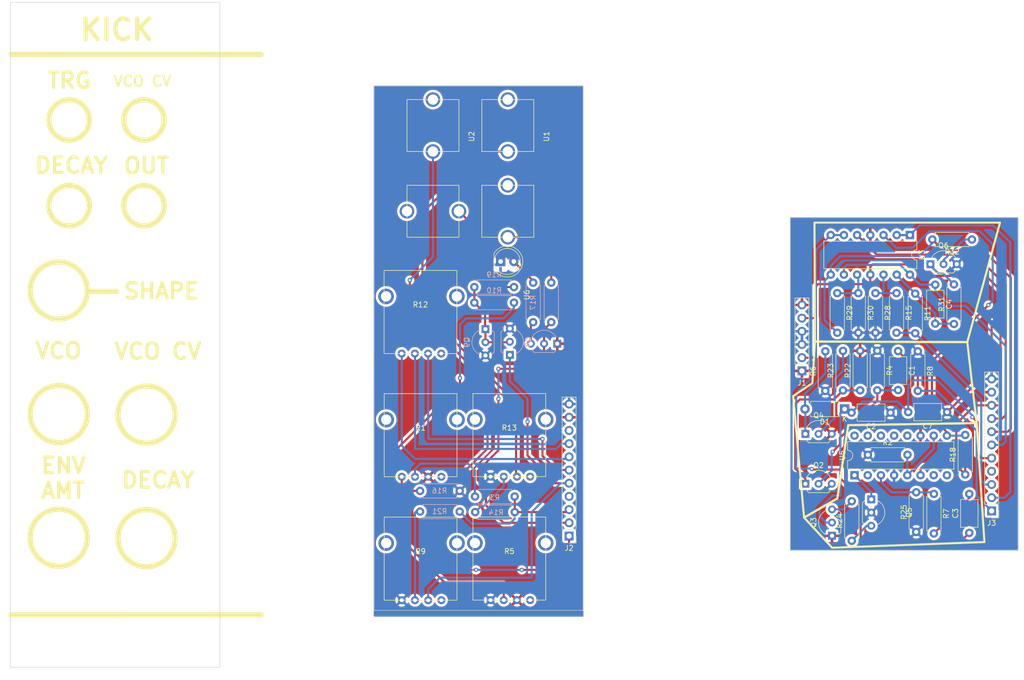
<source format=kicad_pcb>
(kicad_pcb (version 20241229) (generator "pcbnew") (generator_version "9.0")
  (layers (0 "F.Cu" signal) (2 "B.Cu" signal) (13 "F.Paste" user) (15 "B.Paste" user) (5 "F.SilkS" user "F.Silkscreen") (7 "B.SilkS" user "B.Silkscreen") (1 "F.Mask" user) (3 "B.Mask" user) (25 "Edge.Cuts" user))
  (net 0 "")
  (net 1 "IN")
  (net 2 "GND")
  (net 3 "OUT")
  (net 4 "Net-(D1-A)")
  (net 5 "+12V")
  (net 6 "-12V")
  (net 7 "Net-(Q3-E)")
  (net 8 "Net-(Q4-B)")
  (net 9 "Net-(Q5-C)")
  (net 10 "Net-(Q5-E)")
  (net 11 "Net-(Q6-C)")
  (net 12 "SUM")
  (net 14 "Net-(R1-S)")
  (net 18 "TRI")
  (net 19 "Net-(Q2-B)")
  (net 23 "Net-(U5C-+)")
  (net 24 "Net-(R9-S)")
  (net 28 "SQR")
  (net 29 "Net-(R27-Pad1)")
  (net 30 "WAV")
  (net 31 "Net-(U3A-+)")
  (net 32 "Net-(Q6-B)")
  (net 34 "Net-(R2-Pad2)")
  (net 36 "AUD")
  (net 37 "Net-(Q8-B)")
  (net 38 "CAP")
  (net 39 "Net-(U3C-+)")
  (net 41 "Net-(Q2-C)")
  (net 49 "Net-(R13-S)")
  (net 50 "Net-(R13-E)")
  (net 54 "Net-(R1-A)")
  (net 55 "Net-(U3D--)")
  (net 56 "Net-(U3D-+)")
  (net 57 "Net-(D2-A)")
  (net 58 "Net-(Q7-E)")
  (net 59 "Net-(C3-Pad2)")
  (net 60 "Net-(R5-S)")
  (net 61 "Net-(R19-Pad1)")
  (footprint "Resistor_THT:R_Axial_DIN0207_L6.3mm_D2.5mm_P7.62mm_Horizontal" (layer "F.Cu") (at 189.091566 120.094573)
    (property "Reference" "R2")
    (property "Value" "100k")
  )
  (footprint "Resistor_THT:R_Axial_DIN0207_L6.3mm_D2.5mm_P7.62mm_Horizontal" (layer "F.Cu") (at 198.7 100.17 -90)
    (property "Reference" "R8")
    (property "Value" "100k")
  )
  (footprint "clipboard:d6b1d540-2acd-48cb-859c-b6cadd5b8444" (layer "F.Cu") (at 49.8 72.13)
    (property "Reference" "")
    (property "Value" "")
  )
  (footprint "Package_TO_SOT_THT:TO-92L_Inline_Wide" (layer "F.Cu") (at 189.74 128.68 -90)
    (property "Reference" "Q5")
    (property "Value" "BC557")
  )
  (footprint "MountingHole:MountingHole_3.2mm_M3" (layer "F.Cu") (at 49.8 81.8)
    (property "Reference" "REF**" (hide yes))
    (property "Value" "MountingHole_3.2mm_M3" (hide yes))
  )
  (footprint "Resistor_THT:R_Axial_DIN0207_L6.3mm_D2.5mm_P7.62mm_Horizontal" (layer "F.Cu") (at 183.2 88.97 -90)
    (property "Reference" "R29")
    (property "Value" "100k")
  )
  (footprint "Resistor_THT:R_Axial_DIN0207_L6.3mm_D2.5mm_P7.62mm_Horizontal" (layer "F.Cu") (at 209.11 78.64 180)
    (property "Reference" "R32")
    (property "Value" "10k")
  )
  (footprint "Package_TO_SOT_THT:TO-92L_Inline_Wide" (layer "F.Cu") (at 201.11 83.39)
    (property "Reference" "Q6")
    (property "Value" "BC547")
  )
  (footprint "Resistor_THT:R_Axial_DIN0207_L6.3mm_D2.5mm_P7.62mm_Horizontal" (layer "F.Cu") (at 187.6 107.69 90)
    (property "Reference" "R22")
    (property "Value" "10k")
  )
  (footprint "Library:AlpsPot" (layer "F.Cu") (at 99.38 100.6)
    (property "Reference" "R12")
    (property "Value" "AlpsPot")
  )
  (footprint "Resistor_THT:R_Axial_DIN0207_L6.3mm_D2.5mm_P7.62mm_Horizontal" (layer "F.Cu") (at 180.9 107.79 90)
    (property "Reference" "R6")
    (property "Value" "100k")
  )
  (footprint "Library:AlpsPot" (layer "F.Cu") (at 116.48 148.0765)
    (property "Reference" "R5")
    (property "Value" "AlpsPot")
  )
  (footprint "Library:3mm5 Mono Aux" (layer "F.Cu") (at 119.8 73.2 -90)
    (property "Reference" "U6")
    (property "Value" "Aux_flush")
  )
  (footprint "Capacitor_THT:C_Axial_L5.1mm_D3.1mm_P7.50mm_Horizontal" (layer "F.Cu") (at 208.6 135.13 90)
    (property "Reference" "C3")
    (property "Value" "470nF or omit")
  )
  (footprint "Capacitor_THT:C_Axial_L5.1mm_D3.1mm_P7.50mm_Horizontal" (layer "F.Cu") (at 194.9 100.13 -90)
    (property "Reference" "C1")
    (property "Value" "10n")
  )
  (footprint "MountingHole:MountingHole_3.2mm_M3" (layer "F.Cu") (at 57.04 36)
    (property "Reference" "REF**" (hide yes))
    (property "Value" "MountingHole_3.2mm_M3")
  )
  (footprint "Package_TO_SOT_THT:TO-92L_Inline_Wide" (layer "F.Cu") (at 177.06 125.68)
    (property "Reference" "Q2")
    (property "Value" "BC547")
  )
  (footprint "clipboard:8a7c8b36-f368-44f6-9871-751257f891b6" (layer "F.Cu") (at 33.4 112.16)
    (property "Reference" "")
    (property "Value" "")
  )
  (footprint "clipboard:d6b1d540-2acd-48cb-859c-b6cadd5b8444" (layer "F.Cu") (at 49.8 55.63)
    (property "Reference" "")
    (property "Value" "")
  )
  (footprint "Capacitor_THT:C_Axial_L5.1mm_D3.1mm_P7.50mm_Horizontal" (layer "F.Cu") (at 193.45 111.98 180)
    (property "Reference" "C2")
    (property "Value" "1u to 5u")
  )
  (footprint "MountingHole:MountingHole_3.2mm_M3" (layer "F.Cu") (at 31.58 158.44)
    (property "Reference" "REF**" (hide yes))
    (property "Value" "MountingHole_3.2mm_M3")
  )
  (footprint "MountingHole:MountingHole_3.2mm_M3" (layer "F.Cu") (at 57.02 158.44)
    (property "Reference" "REF**" (hide yes))
    (property "Value" "MountingHole_3.2mm_M3")
  )
  (footprint "Connector_PinHeader_2.54mm:PinHeader_1x06_P2.54mm_Vertical" (layer "F.Cu") (at 176.4 103.94 180)
    (property "Reference" "J1")
    (property "Value" "Conn_01x06_Pin")
  )
  (footprint "Resistor_THT:R_Axial_DIN0207_L6.3mm_D2.5mm_P7.62mm_Horizontal" (layer "F.Cu") (at 194.6 88.97 -90)
    (property "Reference" "R15")
    (property "Value" "47k")
  )
  (footprint "Resistor_THT:R_Axial_DIN0207_L6.3mm_D2.5mm_P7.62mm_Horizontal" (layer "F.Cu") (at 190.55 88.97 -90)
    (property "Reference" "R28")
    (property "Value" "47k")
  )
  (footprint "Resistor_THT:R_Axial_DIN0207_L6.3mm_D2.5mm_P7.62mm_Horizontal" (layer "F.Cu") (at 185.99 136.65 90)
    (property "Reference" "R24")
    (property "Value" "100k")
  )
  (footprint "Resistor_THT:R_Axial_DIN0207_L6.3mm_D2.5mm_P7.62mm_Horizontal" (layer "F.Cu") (at 190.9 100.06 -90)
    (property "Reference" "R4")
    (property "Value" "100k")
  )
  (footprint "Resistor_THT:R_Axial_DIN0207_L6.3mm_D2.5mm_P7.62mm_Horizontal" (layer "F.Cu") (at 184.3 107.7 90)
    (property "Reference" "R23")
    (property "Value" "10k")
  )
  (footprint "Package_DIP:DIP-16_W7.62mm" (layer "F.Cu") (at 186.515 124.03 90)
    (property "Reference" "U5")
    (property "Value" "LM13700")
  )
  (footprint "MountingHole:MountingHole_3.2mm_M3" (layer "F.Cu") (at 31.6 36)
    (property "Reference" "REF**" (hide yes))
    (property "Value" "MountingHole_3.2mm_M3")
  )
  (footprint "clipboard:8a7c8b36-f368-44f6-9871-751257f891b6" (layer "F.Cu") (at 33.4 88.36)
    (property "Reference" "")
    (property "Value" "")
  )
  (footprint "Package_TO_SOT_THT:TO-92L_Inline_Wide" (layer "F.Cu") (at 182.19 135.68 90)
    (property "Reference" "Q3")
    (property "Value" "BC547")
  )
  (footprint "Capacitor_THT:C_Axial_L5.1mm_D3.1mm_P7.50mm_Horizontal" (layer "F.Cu") (at 204.35 111.88 180)
    (property "Reference" "C7")
    (property "Value" "5n")
  )
  (footprint "clipboard:d6b1d540-2acd-48cb-859c-b6cadd5b8444" (layer "F.Cu") (at 35.4 55.63)
    (property "Reference" "")
    (property "Value" "")
  )
  (footprint "Capacitor_THT:C_Axial_L5.1mm_D3.1mm_P7.50mm_Horizontal" (layer "F.Cu") (at 202.05 87.34 -90)
    (property "Reference" "C4")
    (property "Value" "2 to 10nF")
  )
  (footprint "LED_THT:LED_D5.0mm" (layer "F.Cu") (at 118.425 82.87)
    (property "Reference" "D2" (hide yes))
    (property "Value" "LED")
  )
  (footprint "Resistor_THT:R_Axial_DIN0207_L6.3mm_D2.5mm_P7.62mm_Horizontal" (layer "F.Cu") (at 198.39 134.94 90)
    (property "Reference" "R25")
    (property "Value" "1k")
  )
  (footprint "Package_DIP:DIP-14_W7.62mm" (layer "F.Cu") (at 197.175 77.79 -90)
    (property "Reference" "U3")
    (property "Value" "TL074")
  )
  (footprint "Connector_PinHeader_2.54mm:PinHeader_1x11_P2.54mm_Vertical" (layer "F.Cu") (at 212.9 130.9 180)
    (property "Reference" "J3")
    (property "Value" "Conn_01x11_Pin")
  )
  (footprint "Resistor_THT:R_Axial_DIN0207_L6.3mm_D2.5mm_P7.62mm_Horizontal" (layer "F.Cu") (at 207.82 123.89 90)
    (property "Reference" "R18")
    (property "Value" "100k")
  )
  (footprint "Library:3mm5 Mono Aux" (layer "F.Cu") (at 105.4 56.7 -90)
    (property "Reference" "U2")
    (property "Value" "Aux_flush")
  )
  (footprint "Library:3mm5 Mono Aux" (layer "F.Cu") (at 119.8 56.7 -90)
    (property "Reference" "U1")
    (property "Value" "Aux_flush")
  )
  (footprint "Library:AlpsPot" (layer "F.Cu") (at 99.405 124.3245)
    (property "Reference" "R1")
    (property "Value" "AlpsPot")
  )
  (footprint "Connector_PinHeader_2.54mm:PinHeader_1x11_P2.54mm_Vertical" (layer "F.Cu") (at 131.6 135.73 180)
    (property "Reference" "J2")
    (property "Value" "Conn_01x11_Pin")
  )
  (footprint "Resistor_THT:R_Axial_DIN0207_L6.3mm_D2.5mm_P7.62mm_Horizontal" (layer "F.Cu") (at 187.25 88.97 -90)
    (property "Reference" "R30")
    (property "Value" "100k")
  )
  (footprint "Diode_THT:D_A-405_P7.62mm_Horizontal" (layer "F.Cu") (at 184.61 111.28 180)
    (property "Reference" "D1")
    (property "Value" "D")
  )
  (footprint "Resistor_THT:R_Axial_DIN0207_L6.3mm_D2.5mm_P7.62mm_Horizontal" (layer "F.Cu") (at 198.2 89.07 -90)
    (property "Reference" "R11")
    (property "Value" "100k")
  )
  (footprint "Library:AlpsPot" (layer "F.Cu") (at 99.405 148.099)
    (property "Reference" "R9")
    (property "Value" "AlpsPot")
  )
  (footprint "clipboard:d6b1d540-2acd-48cb-859c-b6cadd5b8444" (layer "F.Cu") (at 35.4 72.13)
    (property "Reference" "")
    (property "Value" "")
  )
  (footprint "clipboard:8a7c8b36-f368-44f6-9871-751257f891b6" (layer "F.Cu") (at 50.3 136.06)
    (property "Reference" "")
    (property "Value" "")
  )
  (footprint "Resistor_THT:R_Axial_DIN0207_L6.3mm_D2.5mm_P7.62mm_Horizontal" (layer "F.Cu") (at 205.65 94.9 90)
    (property "Reference" "R31")
    (property "Value" "47k")
  )
  (footprint "Library:3mm5 Mono Aux" (layer "F.Cu") (at 105.4 73.2)
    (property "Reference" "U8" (hide yes))
    (property "Value" "Aux_flush")
  )
  (footprint "Library:AlpsPot" (layer "F.Cu") (at 116.48 124.3)
    (property "Reference" "R13")
    (property "Value" "AlpsPot")
  )
  (footprint "clipboard:8a7c8b36-f368-44f6-9871-751257f891b6" (layer "F.Cu") (at 50.3 112.26)
    (property "Reference" "")
    (property "Value" "")
  )
  (footprint "Resistor_THT:R_Axial_DIN0207_L6.3mm_D2.5mm_P7.62mm_Horizontal" (layer "F.Cu") (at 201.79 127.62 -90)
    (property "Reference" "R7")
    (property "Value" "100k")
  )
  (footprint "clipboard:8a7c8b36-f368-44f6-9871-751257f891b6" (layer "F.Cu") (at 33.4 135.96)
    (property "Reference" "")
    (property "Value" "")
  )
  (footprint "Package_TO_SOT_THT:TO-92L_Inline_Wide" (layer "F.Cu") (at 177.06 116.08)
    (property "Reference" "Q4")
    (property "Value" "BC557")
  )
  (footprint "Package_TO_SOT_THT:TO-92L_Inline_Wide" (layer "B.Cu") (at 120.2 100.87 90)
    (property "Reference" "Q8")
    (property "Value" "BC547")
  )
  (footprint "Package_TO_SOT_THT:TO-92L_Inline_Wide" (layer "B.Cu") (at 129.32 98.7 180)
    (property "Reference" "Q7" (hide yes))
    (property "Value" "BC547")
  )
  (footprint "Resistor_THT:R_Axial_DIN0207_L6.3mm_D2.5mm_P7.62mm_Horizontal" (layer "B.Cu") (at 110.545 127.05 180)
    (property "Reference" "R16")
    (property "Value" "1k")
  )
  (footprint "Resistor_THT:R_Axial_DIN0207_L6.3mm_D2.5mm_P7.62mm_Horizontal" (layer "B.Cu") (at 120.99 90.8 180)
    (property "Reference" "R10")
    (property "Value" "100k")
  )
  (footprint "Resistor_THT:R_Axial_DIN0207_L6.3mm_D2.5mm_P7.62mm_Horizontal" (layer "B.Cu") (at 124.685 86.95 -90)
    (property "Reference" "R17")
    (property "Value" "2k2")
  )
  (footprint "Resistor_THT:R_Axial_DIN0207_L6.3mm_D2.5mm_P7.62mm_Horizontal" (layer "B.Cu") (at 120.99 87.8 180)
    (property "Reference" "R19")
    (property "Value" "100k")
  )
  (footprint "Resistor_THT:R_Axial_DIN0207_L6.3mm_D2.5mm_P7.62mm_Horizontal" (layer "B.Cu") (at 113.5 128.13)
    (property "Reference" "R3")
    (property "Value" "100k" (hide yes))
  )
  (footprint "Resistor_THT:R_Axial_DIN0207_L6.3mm_D2.5mm_P7.62mm_Horizontal" (layer "B.Cu") (at 110.545 131.03 180)
    (property "Reference" "R21")
    (property "Value" "100k")
  )
  (footprint "Package_TO_SOT_THT:TO-92L_Inline_Wide" (layer "B.Cu") (at 115.5 95.89 -90)
    (property "Reference" "Q9")
    (property "Value" "BC547")
  )
  (footprint "Resistor_THT:R_Axial_DIN0207_L6.3mm_D2.5mm_P7.62mm_Horizontal" (layer "B.Cu") (at 128.17 86.94 -90)
    (property "Reference" "R27" (hide yes))
    (property "Value" "1k")
  )
  (footprint "Resistor_THT:R_Axial_DIN0207_L6.3mm_D2.5mm_P7.62mm_Horizontal" (layer "B.Cu") (at 113.53 131.13)
    (property "Reference" "R14")
    (property "Value" "100k")
  )
  (gr_circle (center 50.3 112.36) (end 55.8 112.36) (stroke (width 1)) (fill no) (layer "F.SilkS"))
  (gr_poly (pts (xy 185.311566 114.394573) (xy 183.211566 128.494573) (xy 176.811566 132.194573) (xy 182.211566 137.994573) (xy 211.511566 136.894573) (xy 210.011566 113.994573)) (stroke (width 0.4)) (fill no) (layer "F.SilkS"))
  (gr_circle (center 33.4 112.26) (end 38.9 112.26) (stroke (width 1)) (fill no) (layer "F.SilkS"))
  (gr_line (start 24.2 43) (end 72.38 43.01) (stroke (width 1)) (layer "F.SilkS"))
  (gr_poly (pts (xy 176.811566 132.194573) (xy 174.711566 108.794573) (xy 178.411566 106.294573) (xy 178.911566 98.294573) (xy 208.211566 98.394573) (xy 210.011566 113.994573) (xy 185.311566 114.394573) (xy 183.211566 128.494573)) (stroke (width 0.4)) (fill no) (layer "F.SilkS"))
  (gr_circle (center 33.4 88.46) (end 38.9 88.46) (stroke (width 1)) (fill no) (layer "F.SilkS"))
  (gr_line (start 39.11 88.625) (end 44.6 88.63) (stroke (width 1)) (layer "F.SilkS"))
  (gr_line (start 72.37 150.9) (end 24.17 150.91) (stroke (width 1)) (layer "F.SilkS"))
  (gr_circle (center 33.4 136.06) (end 38.9 136.06) (stroke (width 1)) (fill no) (layer "F.SilkS"))
  (gr_circle (center 35.4 72.13) (end 39.3 72.03) (stroke (width 1)) (fill no) (layer "F.SilkS"))
  (gr_circle (center 49.8 55.63) (end 53.7 55.53) (stroke (width 1)) (fill no) (layer "F.SilkS"))
  (gr_circle (center 50.3 136.16) (end 55.8 136.16) (stroke (width 1)) (fill no) (layer "F.SilkS"))
  (gr_circle (center 35.4 55.63) (end 39.3 55.53) (stroke (width 1)) (fill no) (layer "F.SilkS"))
  (gr_circle (center 49.8 72.13) (end 53.7 72.03) (stroke (width 1)) (fill no) (layer "F.SilkS"))
  (gr_poly (pts (xy 178.911566 98.294573) (xy 208.211566 98.394573) (xy 214.511566 75.394573) (xy 178.811566 75.394573)) (stroke (width 0.4)) (fill no) (layer "F.SilkS"))
  (gr_rect (start 24.1 33) (end 64.4 161) (stroke (width 0.1)) (fill no) (layer "Edge.Cuts"))
  (gr_line (start 218.011566 74.394573) (end 218.011566 138.494573) (stroke (width 0.1)) (layer "Edge.Cuts"))
  (gr_line (start 174.111566 74.394573) (end 174.111566 138.494573) (stroke (width 0.1)) (layer "Edge.Cuts"))
  (gr_line (start 218.011566 138.494573) (end 174.111566 138.494573) (stroke (width 0.1)) (layer "Edge.Cuts"))
  (gr_line (start 174.111566 74.394573) (end 218.011566 74.394573) (stroke (width 0.1)) (layer "Edge.Cuts"))
  (gr_rect (start 94.03 49.05) (end 134.33 150.05) (stroke (width 0.1)) (fill no) (layer "Edge.Cuts"))
  (gr_text "KICK" (at 37.1 40.6 0) (layer "F.SilkS") (effects (font (size 4 4) (thickness 0.8) (bold yes)) (justify left bottom)))
  (gr_text "VCO CV" (at 43.8 101.93 0) (layer "F.SilkS") (effects (font (size 3 3) (thickness 0.6) (bold yes)) (justify left bottom)))
  (gr_text "TRG" (at 30.885 49.8 0) (layer "F.SilkS") (effects (font (size 3 3) (thickness 0.6) (bold yes)) (justify left bottom)))
  (gr_text "ENV \nAMT" (at 29.7 128.76 0) (layer "F.SilkS") (effects (font (size 3 3) (thickness 0.6) (bold yes)) (justify left bottom)))
  (gr_text "DECAY" (at 28.5 66.13 0) (layer "F.SilkS") (effects (font (size 3 3) (thickness 0.6) (bold yes)) (justify left bottom)))
  (gr_text "SHAPE\n" (at 45.6 90.33 0) (layer "F.SilkS") (effects (font (size 3 3) (thickness 0.6) (bold yes)) (justify left bottom)))
  (gr_text "DECAY" (at 45.2 126.73 0) (layer "F.SilkS") (effects (font (size 3 3) (thickness 0.6) (bold yes)) (justify left bottom)))
  (gr_text "VCO\n" (at 28.6 101.83 0) (layer "F.SilkS") (effects (font (size 3 3) (thickness 0.6) (bold yes)) (justify left bottom)))
  (gr_text "OUT" (at 45.6 66.2 0) (layer "F.SilkS") (effects (font (size 3 3) (thickness 0.6) (bold yes)) (justify left bottom)))
  (gr_text "VCO CV" (at 43.711904 49.33 0) (layer "F.SilkS") (effects (font (size 2 2) (thickness 0.4) (bold yes)) (justify left bottom)))
  (segment (start 198.7 107.79) (end 198.7 103.93) (width 0.4) (layer "F.Cu") (net 1))
  (segment (start 115.9 106.205) (end 115.9 118.895) (width 0.4) (layer "F.Cu") (net 1))
  (segment (start 100.9375 86.4575) (end 100.945 86.465) (width 0.4) (layer "F.Cu") (net 1))
  (segment (start 106.445 128.35) (end 106.445 138.05) (width 0.4) (layer "F.Cu") (net 1))
  (segment (start 100.945 91.25) (end 115.9 106.205) (width 0.4) (layer "F.Cu") (net 1))
  (segment (start 131.6 141.85) (end 131.2 142.25) (width 0.4) (layer "F.Cu") (net 1))
  (segment (start 100.945 86.465) (end 100.945 91.25) (width 0.4) (layer "F.Cu") (net 1))
  (segment (start 198.7 103.93) (end 194.9 100.13) (width 0.4) (layer "F.Cu") (net 1))
  (segment (start 106.445 138.05) (end 110.645 142.25) (width 0.4) (layer "F.Cu") (net 1))
  (segment (start 131.6 135.73) (end 131.6 141.85) (width 0.4) (layer "F.Cu") (net 1))
  (segment (start 110.645 142.25) (end 113.7 142.25) (width 0.4) (layer "F.Cu") (net 1))
  (segment (start 115.9 118.895) (end 106.445 128.35) (width 0.4) (layer "F.Cu") (net 1))
  (segment (start 122.5 142.25) (end 131.2 142.25) (width 0.4) (layer "F.Cu") (net 1))
  (via (at 100.9375 86.4575) (size 0.8) (drill 0.4) (layers "F.Cu" "B.Cu") (net 1))
  (via (at 113.7 142.25) (size 0.8) (drill 0.4) (layers "F.Cu" "B.Cu") (net 1))
  (via (at 122.5 142.25) (size 0.8) (drill 0.4) (layers "F.Cu" "B.Cu") (net 1))
  (segment (start 105.4 81.995) (end 105.4 61.7) (width 0.4) (layer "B.Cu") (net 1))
  (segment (start 202.35 107.79) (end 210.011566 115.451566) (width 0.4) (layer "B.Cu") (net 1))
  (segment (start 113.7 142.25) (end 122.5 142.25) (width 0.4) (layer "B.Cu") (net 1))
  (segment (start 210.011566 115.451566) (end 210.011566 128.011566) (width 0.4) (layer "B.Cu") (net 1))
  (segment (start 198.7 107.79) (end 202.35 107.79) (width 0.4) (layer "B.Cu") (net 1))
  (segment (start 100.9375 86.4575) (end 105.4 81.995) (width 0.4) (layer "B.Cu") (net 1))
  (segment (start 210.011566 128.011566) (end 212.9 130.9) (width 0.4) (layer "B.Cu") (net 1))
  (segment (start 212.9 105.5) (end 210.73 105.5) (width 0.4) (layer "F.Cu") (net 2))
  (segment (start 210.73 105.5) (end 204.35 111.88) (width 0.4) (layer "F.Cu") (net 2))
  (segment (start 212.98 94.01) (end 212.9 94.09) (width 0.4) (layer "F.Cu") (net 2))
  (segment (start 212.9 94.09) (end 212.9 105.5) (width 0.4) (layer "F.Cu") (net 2))
  (via (at 212.98 94.01) (size 0.8) (drill 0.4) (layers "F.Cu" "B.Cu") (net 2))
  (segment (start 212.62 94) (end 212.94 94) (width 0.4) (layer "B.Cu") (net 2))
  (segment (start 206.19 83.39) (end 210.13 87.33) (width 0.4) (layer "B.Cu") (net 2))
  (segment (start 212.94 94) (end 212.98 94.01) (width 0.4) (layer "B.Cu") (net 2))
  (segment (start 210.13 87.33) (end 210.13 91.51) (width 0.4) (layer "B.Cu") (net 2))
  (segment (start 212.96 94) (end 212.95 94) (width 0.4) (layer "B.Cu") (net 2))
  (segment (start 210.13 91.51) (end 212.62 94) (width 0.4) (layer "B.Cu") (net 2))
  (segment (start 212.98 94.01) (end 212.96 94) (width 0.4) (layer "B.Cu") (net 2))
  (segment (start 126.78 102.75) (end 126.78 98.7) (width 0.4) (layer "F.Cu") (net 3))
  (segment (start 118 119.23) (end 118 117.83) (width 0.4) (layer "F.Cu") (net 3))
  (segment (start 115.6 129.83) (end 115.6 126.53) (width 0.4) (layer "F.Cu") (net 3))
  (segment (start 131.6 133.19) (end 118.96 133.19) (width 0.4) (layer "F.Cu") (net 3))
  (segment (start 118 117.83) (end 118 109.33) (width 0.4) (layer "F.Cu") (net 3))
  (segment (start 126 103.53) (end 126.78 102.75) (width 0.4) (layer "F.Cu") (net 3))
  (segment (start 114 123.23) (end 115.4 121.83) (width 0.4) (layer "F.Cu") (net 3))
  (segment (start 115.6 126.53) (end 114 124.93) (width 0.4) (layer "F.Cu") (net 3))
  (segment (start 118.96 133.19) (end 115.9 130.13) (width 0.4) (layer "F.Cu") (net 3))
  (segment (start 114 124.93) (end 114 123.23) (width 0.4) (layer "F.Cu") (net 3))
  (segment (start 126.78 95.95) (end 128.17 94.56) (width 0.4) (layer "F.Cu") (net 3))
  (segment (start 115.9 130.13) (end 115.6 129.83) (width 0.4) (layer "F.Cu") (net 3))
  (segment (start 115.4 121.83) (end 118 119.23) (width 0.4) (layer "F.Cu") (net 3))
  (segment (start 118 103.53) (end 126 103.53) (width 0.4) (layer "F.Cu") (net 3))
  (segment (start 126.78 98.7) (end 126.78 95.95) (width 0.4) (layer "F.Cu") (net 3))
  (via (at 118 103.53) (size 0.8) (drill 0.4) (layers "F.Cu" "B.Cu") (net 3))
  (via (at 118 109.33) (size 0.8) (drill 0.4) (layers "F.Cu" "B.Cu") (net 3))
  (segment (start 216.5 79.24) (end 213.18 75.92) (width 0.4) (layer "B.Cu") (net 3))
  (segment (start 216.5 127.24) (end 216.5 79.24) (width 0.4) (layer "B.Cu") (net 3))
  (segment (start 215.38 128.36) (end 216.5 127.24) (width 0.4) (layer "B.Cu") (net 3))
  (segment (start 212.9 128.36) (end 215.38 128.36) (width 0.4) (layer "B.Cu") (net 3))
  (segment (start 118 109.33) (end 118 103.53) (width 0.4) (layer "B.Cu") (net 3))
  (segment (start 197.175 77.79) (end 194.635 77.79) (width 0.4) (layer "B.Cu") (net 3))
  (segment (start 199.045 75.92) (end 197.175 77.79) (width 0.4) (layer "B.Cu") (net 3))
  (segment (start 213.18 75.92) (end 199.045 75.92) (width 0.4) (layer "B.Cu") (net 3))
  (segment (start 177.06 116.08) (end 177.06 111.35) (width 0.4) (layer "B.Cu") (net 4))
  (segment (start 176.99 108.35) (end 176.99 111.28) (width 0.4) (layer "B.Cu") (net 4))
  (segment (start 180.9 104.44) (end 176.99 108.35) (width 0.4) (layer "B.Cu") (net 4))
  (segment (start 180.9 100.17) (end 180.9 104.44) (width 0.4) (layer "B.Cu") (net 4))
  (segment (start 177.06 111.35) (end 176.99 111.28) (width 0.4) (layer "B.Cu") (net 4))
  (segment (start 212.9 110.54) (end 213.1 110.34) (width 0.4) (layer "F.Cu") (net 6))
  (segment (start 189.555 87.085) (end 189.555 85.41) (width 0.4) (layer "F.Cu") (net 6))
  (segment (start 214.26 110.58) (end 214.6 110.24) (width 0.4) (layer "F.Cu") (net 6))
  (segment (start 179 100.84) (end 179 93.84) (width 0.4) (layer "F.Cu") (net 6))
  (segment (start 212.9 110.58) (end 214.26 110.58) (width 0.4) (layer "F.Cu") (net 6))
  (segment (start 207.82 123.89) (end 207.82 119.56) (width 0.4) (layer "F.Cu") (net 6))
  (segment (start 206.27 122.34) (end 207.82 123.89) (width 0.4) (layer "F.Cu") (net 6))
  (segment (start 207.82 119.56) (end 206.1 117.84) (width 0.4) (layer "F.Cu") (net 6))
  (segment (start 211.8 85.64) (end 200.1 85.64) (width 0.4) (layer "F.Cu") (net 6))
  (segment (start 189.4 87.24) (end 189.555 87.085) (width 0.4) (layer "F.Cu") (net 6))
  (segment (start 179 93.84) (end 178.94 93.78) (width 0.4) (layer "F.Cu") (net 6))
  (segment (start 189.555 83.885) (end 189.555 85.41) (width 0.4) (layer "F.Cu") (net 6))
  (segment (start 178.94 93.78) (end 176.4 93.78) (width 0.4) (layer "F.Cu") (net 6))
  (segment (start 199.215 124.03) (end 199.215 122.925) (width 0.4) (layer "F.Cu") (net 6))
  (segment (start 176.4 101.4) (end 178.44 101.4) (width 0.4) (layer "F.Cu") (net 6))
  (segment (start 178.44 101.4) (end 179 100.84) (width 0.4) (layer "F.Cu") (net 6))
  (segment (start 199.215 122.925) (end 199.8 122.34) (width 0.4) (layer "F.Cu") (net 6))
  (segment (start 209.66 110.58) (end 212.9 110.58) (width 0.4) (layer "F.Cu") (net 6))
  (segment (start 206.1 117.84) (end 206.1 114.14) (width 0.4) (layer "F.Cu") (net 6))
  (segment (start 214.6 110.24) (end 214.6 88.44) (width 0.4) (layer "F.Cu") (net 6))
  (segment (start 179.5 87.24) (end 189.4 87.24) (width 0.4) (layer "F.Cu") (net 6))
  (segment (start 200.1 85.64) (end 197.9 83.44) (width 0.4) (layer "F.Cu") (net 6))
  (segment (start 190 83.44) (end 189.555 83.885) (width 0.4) (layer "F.Cu") (net 6))
  (segment (start 206.1 114.14) (end 209.66 110.58) (width 0.4) (layer "F.Cu") (net 6))
  (segment (start 178.94 87.8) (end 179.5 87.24) (width 0.4) (layer "F.Cu") (net 6))
  (segment (start 199.8 122.34) (end 206.27 122.34) (width 0.4) (layer "F.Cu") (net 6))
  (segment (start 178.94 93.78) (end 178.94 87.8) (width 0.4) (layer "F.Cu") (net 6))
  (segment (start 197.9 83.44) (end 190 83.44) (width 0.4) (layer "F.Cu") (net 6))
  (segment (start 214.6 88.44) (end 211.8 85.64) (width 0.4) (layer "F.Cu") (net 6))
  (segment (start 184.42 130.6) (end 185.99 129.03) (width 0.4) (layer "B.Cu") (net 7))
  (segment (start 182.19 130.6) (end 184.42 130.6) (width 0.4) (layer "B.Cu") (net 7))
  (segment (start 184.3 103.94) (end 182.7 105.54) (width 0.4) (layer "B.Cu") (net 8))
  (segment (start 184.3 100.08) (end 184.3 103.94) (width 0.4) (layer "B.Cu") (net 8))
  (segment (start 182.7 105.54) (end 182.7 112.98) (width 0.4) (layer "B.Cu") (net 8))
  (segment (start 182.7 112.98) (end 179.6 116.08) (width 0.4) (layer "B.Cu") (net 8))
  (segment (start 189.74 128.68) (end 189.74 127.255) (width 0.4) (layer "B.Cu") (net 9))
  (segment (start 189.74 127.255) (end 186.515 124.03) (width 0.4) (layer "B.Cu") (net 9))
  (segment (start 185.99 136.65) (end 188.88 133.76) (width 0.4) (layer "B.Cu") (net 10))
  (segment (start 188.88 133.76) (end 189.74 133.76) (width 0.4) (layer "B.Cu") (net 10))
  (segment (start 201.11 83.65) (end 202.6 85.14) (width 0.4) (layer "B.Cu") (net 11))
  (segment (start 202.6 85.14) (end 203.51 85.14) (width 0.4) (layer "B.Cu") (net 11))
  (segment (start 201.11 83.39) (end 201.11 83.65) (width 0.4) (layer "B.Cu") (net 11))
  (segment (start 203.51 85.14) (end 205.65 87.28) (width 0.4) (layer "B.Cu") (net 11))
  (segment (start 121.15 131.13) (end 131.12 131.13) (width 0.4) (layer "F.Cu") (net 12))
  (segment (start 131.12 131.13) (end 131.6 130.65) (width 0.4) (layer "F.Cu") (net 12))
  (segment (start 121.15 128.16) (end 121.12 128.13) (width 0.4) (layer "F.Cu") (net 12))
  (segment (start 121.15 131.13) (end 121.15 128.16) (width 0.4) (layer "F.Cu") (net 12))
  (segment (start 194.6 96.59) (end 198.1 96.59) (width 0.4) (layer "B.Cu") (net 12))
  (segment (start 110.545 131.03) (end 112.845 133.33) (width 0.4) (layer "B.Cu") (net 12))
  (segment (start 112.845 133.33) (end 120.2 133.33) (width 0.4) (layer "B.Cu") (net 12))
  (segment (start 211.68 125.82) (end 210.9 125.04) (width 0.4) (layer "B.Cu") (net 12))
  (segment (start 121.12 131.16) (end 121.15 131.13) (width 0.4) (layer "B.Cu") (net 12))
  (segment (start 120.2 133.33) (end 121.12 132.41) (width 0.4) (layer "B.Cu") (net 12))
  (segment (start 210.9 109.39) (end 198.2 96.69) (width 0.4) (layer "B.Cu") (net 12))
  (segment (start 198.1 96.59) (end 198.2 96.69) (width 0.4) (layer "B.Cu") (net 12))
  (segment (start 212.9 125.82) (end 211.68 125.82) (width 0.4) (layer "B.Cu") (net 12))
  (segment (start 121.12 132.41) (end 121.12 131.16) (width 0.4) (layer "B.Cu") (net 12))
  (segment (start 210.9 125.04) (end 210.9 109.39) (width 0.4) (layer "B.Cu") (net 12))
  (segment (start 112.18 121.8) (end 102.98 121.8) (width 0.4) (layer "B.Cu") (net 14))
  (segment (start 101.945 122.835) (end 101.945 124.3245) (width 0.4) (layer "B.Cu") (net 14))
  (segment (start 113.47 128.1) (end 113.47 123.09) (width 0.4) (layer "B.Cu") (net 14))
  (segment (start 113.47 123.09) (end 112.18 121.8) (width 0.4) (layer "B.Cu") (net 14))
  (segment (start 102.98 121.8) (end 101.945 122.835) (width 0.4) (layer "B.Cu") (net 14))
  (segment (start 113.5 128.13) (end 113.47 128.1) (width 0.4) (layer "B.Cu") (net 14))
  (segment (start 131.6 123.03) (end 129.2 123.03) (width 0.4) (layer "F.Cu") (net 18))
  (segment (start 129.2 123.03) (end 126.48 120.31) (width 0.4) (layer "F.Cu") (net 18))
  (segment (start 126.48 120.31) (end 126.48 117.05) (width 0.4) (layer "F.Cu") (net 18))
  (via (at 126.48 117.05) (size 0.8) (drill 0.4) (layers "F.Cu" "B.Cu") (net 18))
  (segment (start 199.105 87.34) (end 197.175 85.41) (width 0.4) (layer "B.Cu") (net 18))
  (segment (start 205 91.44) (end 207.9 91.44) (width 0.4) (layer "B.Cu") (net 18))
  (segment (start 126.48 117.05) (end 104.645 117.05) (width 0.4) (layer "B.Cu") (net 18))
  (segment (start 202.05 88.49) (end 205 91.44) (width 0.4) (layer "B.Cu") (net 18))
  (segment (start 185 83.54) (end 195.305 83.54) (width 0.4) (layer "B.Cu") (net 18))
  (segment (start 202.05 87.34) (end 202.05 88.49) (width 0.4) (layer "B.Cu") (net 18))
  (segment (start 195.305 83.54) (end 197.175 85.41) (width 0.4) (layer "B.Cu") (net 18))
  (segment (start 207.9 91.44) (end 215.6 99.14) (width 0.4) (layer "B.Cu") (net 18))
  (segment (start 104.645 117.05) (end 104.485 116.89) (width 0.4) (layer "B.Cu") (net 18))
  (segment (start 184.475 84.065) (end 185 83.54) (width 0.4) (layer "B.Cu") (net 18))
  (segment (start 215.6 99.14) (end 215.6 117.54) (width 0.4) (layer "B.Cu") (net 18))
  (segment (start 214.94 118.2) (end 212.9 118.2) (width 0.4) (layer "B.Cu") (net 18))
  (segment (start 184.475 85.41) (end 184.475 84.065) (width 0.4) (layer "B.Cu") (net 18))
  (segment (start 215.6 117.54) (end 214.94 118.2) (width 0.4) (layer "B.Cu") (net 18))
  (segment (start 104.485 116.89) (end 104.485 100.55) (width 0.4) (layer "B.Cu") (net 18))
  (segment (start 202.05 87.34) (end 199.105 87.34) (width 0.4) (layer "B.Cu") (net 18))
  (segment (start 183.7 116.84) (end 190.9 109.64) (width 0.4) (layer "F.Cu") (net 19))
  (segment (start 183.7 118.106139) (end 183.7 116.84) (width 0.4) (layer "F.Cu") (net 19))
  (segment (start 190.9 109.64) (end 190.9 107.68) (width 0.4) (layer "F.Cu") (net 19))
  (segment (start 182.311566 119.494573) (end 183.7 118.106139) (width 0.4) (layer "F.Cu") (net 19))
  (via (at 182.311566 119.494573) (size 0.8) (drill 0.4) (layers "F.Cu" "B.Cu") (net 19))
  (segment (start 182.13 123.15) (end 179.6 125.68) (width 0.4) (layer "B.Cu") (net 19))
  (segment (start 190.9 107.68) (end 194.85 107.68) (width 0.4) (layer "B.Cu") (net 19))
  (segment (start 182.311566 119.494573) (end 182.13 119.676139) (width 0.4) (layer "B.Cu") (net 19))
  (segment (start 182.13 119.676139) (end 182.13 123.15) (width 0.4) (layer "B.Cu") (net 19))
  (segment (start 194.85 107.68) (end 194.9 107.63) (width 0.4) (layer "B.Cu") (net 19))
  (segment (start 198.39 127.32) (end 201.8 127.32) (width 0.4) (layer "B.Cu") (net 23))
  (segment (start 201.79 127.62) (end 201.79 127.33) (width 0.4) (layer "B.Cu") (net 23))
  (segment (start 193.636993 127.32) (end 198.39 127.32) (width 0.4) (layer "B.Cu") (net 23))
  (segment (start 191.595 124.03) (end 191.595 125.278007) (width 0.4) (layer "B.Cu") (net 23))
  (segment (start 191.595 125.278007) (end 193.636993 127.32) (width 0.4) (layer "B.Cu") (net 23))
  (segment (start 201.79 127.33) (end 201.8 127.32) (width 0.4) (layer "B.Cu") (net 23))
  (segment (start 102.145 131.03) (end 102.925 131.03) (width 0.4) (layer "B.Cu") (net 24))
  (segment (start 101.945 131.23) (end 102.145 131.03) (width 0.4) (layer "B.Cu") (net 24))
  (segment (start 101.945 148.099) (end 101.945 131.23) (width 0.4) (layer "B.Cu") (net 24))
  (segment (start 215.98 115.66) (end 216.6 115.04) (width 0.4) (layer "F.Cu") (net 28))
  (segment (start 216.6 115.04) (end 216.6 86.04) (width 0.4) (layer "F.Cu") (net 28))
  (segment (start 212.9 115.66) (end 215.98 115.66) (width 0.4) (layer "F.Cu") (net 28))
  (segment (start 203.49 80.64) (end 201.49 78.64) (width 0.4) (layer "F.Cu") (net 28))
  (segment (start 216.6 86.04) (end 211.2 80.64) (width 0.4) (layer "F.Cu") (net 28))
  (segment (start 211.2 80.64) (end 203.49 80.64) (width 0.4) (layer "F.Cu") (net 28))
  (segment (start 99.405 100.55) (end 99.405 118.345) (width 0.4) (layer "B.Cu") (net 28))
  (segment (start 183.8 81.84) (end 199 81.84) (width 0.4) (layer "B.Cu") (net 28))
  (segment (start 180.76 94.15) (end 183.2 96.59) (width 0.4) (layer "B.Cu") (net 28))
  (segment (start 131.19 120.9) (end 131.6 120.49) (width 0.4) (layer "B.Cu") (net 28))
  (segment (start 181.935 83.705) (end 183.8 81.84) (width 0.4) (layer "B.Cu") (net 28))
  (segment (start 199 81.84) (end 201.49 79.35) (width 0.4) (layer "B.Cu") (net 28))
  (segment (start 201.49 79.35) (end 201.49 78.64) (width 0.4) (layer "B.Cu") (net 28))
  (segment (start 101.96 120.9) (end 131.19 120.9) (width 0.4) (layer "B.Cu") (net 28))
  (segment (start 99.405 118.345) (end 101.96 120.9) (width 0.4) (layer "B.Cu") (net 28))
  (segment (start 181.935 85.41) (end 181.935 83.705) (width 0.4) (layer "B.Cu") (net 28))
  (segment (start 180.76 86.585) (end 180.76 94.15) (width 0.4) (layer "B.Cu") (net 28))
  (segment (start 181.935 85.41) (end 180.76 86.585) (width 0.4) (layer "B.Cu") (net 28))
  (segment (start 119.8 78.2) (end 123.08 78.2) (width 0.4) (layer "F.Cu") (net 29))
  (segment (start 123.08 78.2) (end 128.17 83.29) (width 0.4) (layer "F.Cu") (net 29))
  (segment (start 128.17 83.29) (end 128.17 86.94) (width 0.4) (layer "F.Cu") (net 29))
  (segment (start 215.6 112.44) (end 215.6 87.44) (width 0.4) (layer "F.Cu") (net 30))
  (segment (start 212.9 113.12) (end 214.92 113.12) (width 0.4) (layer "F.Cu") (net 30))
  (segment (start 215.6 87.44) (end 209.7 81.54) (width 0.4) (layer "F.Cu") (net 30))
  (segment (start 190.765 81.54) (end 187.015 77.79) (width 0.4) (layer "F.Cu") (net 30))
  (segment (start 214.92 113.12) (end 215.6 112.44) (width 0.4) (layer "F.Cu") (net 30))
  (segment (start 209.7 81.54) (end 190.765 81.54) (width 0.4) (layer "F.Cu") (net 30))
  (segment (start 101.945 100.55) (end 101.945 118.955) (width 0.4) (layer "B.Cu") (net 30))
  (segment (start 129.1 118.96) (end 130.11 117.95) (width 0.4) (layer "B.Cu") (net 30))
  (segment (start 130.11 117.95) (end 131.6 117.95) (width 0.4) (layer "B.Cu") (net 30))
  (segment (start 101.945 118.955) (end 101.94 118.96) (width 0.4) (layer "B.Cu") (net 30))
  (segment (start 101.94 118.96) (end 129.1 118.96) (width 0.4) (layer "B.Cu") (net 30))
  (segment (start 201.42 102.12) (end 201.42 112.86) (width 0.4) (layer "F.Cu") (net 31))
  (segment (start 201.42 112.86) (end 204.295 115.735) (width 0.4) (layer "F.Cu") (net 31))
  (segment (start 204.295 115.735) (end 204.295 116.41) (width 0.4) (layer "F.Cu") (net 31))
  (segment (start 212.275 91.265) (end 201.42 102.12) (width 0.4) (layer "F.Cu") (net 31))
  (via (at 212.275 91.265) (size 0.8) (drill 0.4) (layers "F.Cu" "B.Cu") (net 31))
  (segment (start 210.6 77.04) (end 200.9 77.04) (width 0.4) (layer "B.Cu") (net 31))
  (segment (start 204.295 116.41) (end 207.68 116.41) (width 0.4) (layer "B.Cu") (net 31))
  (segment (start 200.9 77.04) (end 197.7 80.24) (width 0.4) (layer "B.Cu") (net 31))
  (segment (start 207.68 116.41) (end 207.82 116.27) (width 0.4) (layer "B.Cu") (net 31))
  (segment (start 197.7 80.24) (end 194.545 80.24) (width 0.4) (layer "B.Cu") (net 31))
  (segment (start 213.1 90.44) (end 213.1 79.54) (width 0.4) (layer "B.Cu") (net 31))
  (segment (start 213.1 79.54) (end 210.6 77.04) (width 0.4) (layer "B.Cu") (net 31))
  (segment (start 212.275 91.265) (end 213.1 90.44) (width 0.4) (layer "B.Cu") (net 31))
  (segment (start 194.545 80.24) (end 192.095 77.79) (width 0.4) (layer "B.Cu") (net 31))
  (segment (start 209.11 78.64) (end 207.61 78.64) (width 0.4) (layer "B.Cu") (net 32))
  (segment (start 203.65 82.6) (end 203.65 83.39) (width 0.4) (layer "B.Cu") (net 32))
  (segment (start 207.61 78.64) (end 203.65 82.6) (width 0.4) (layer "B.Cu") (net 32))
  (segment (start 201.755 118.95) (end 196.675 124.03) (width 0.4) (layer "B.Cu") (net 34))
  (segment (start 201.755 116.41) (end 201.755 118.95) (width 0.4) (layer "B.Cu") (net 34))
  (segment (start 196.675 124.03) (end 196.675 120.131139) (width 0.4) (layer "B.Cu") (net 34))
  (segment (start 196.675 120.131139) (end 196.711566 120.094573) (width 0.4) (layer "B.Cu") (net 34))
  (segment (start 178.3 122.84) (end 178.4 122.94) (width 0.4) (layer "F.Cu") (net 36))
  (segment (start 183.8 124.64) (end 187.7 128.54) (width 0.4) (layer "F.Cu") (net 36))
  (segment (start 206.435427 137.294573) (end 208.6 135.13) (width 0.4) (layer "F.Cu") (net 36))
  (segment (start 178.4 122.94) (end 183.8 122.94) (width 0.4) (layer "F.Cu") (net 36))
  (segment (start 187.7 128.54) (end 187.7 137.294573) (width 0.4) (layer "F.Cu") (net 36))
  (segment (start 187.7 137.294573) (end 206.435427 137.294573) (width 0.4) (layer "F.Cu") (net 36))
  (segment (start 183.8 122.94) (end 183.8 124.64) (width 0.4) (layer "F.Cu") (net 36))
  (via (at 178.3 122.84) (size 0.8) (drill 0.4) (layers "F.Cu" "B.Cu") (net 36))
  (segment (start 181.935 77.79) (end 184.475 77.79) (width 0.4) (layer "B.Cu") (net 36))
  (segment (start 178.3 122.84) (end 178.4 122.74) (width 0.4) (layer "B.Cu") (net 36))
  (segment (start 178.2 122.74) (end 178.3 122.84) (width 0.4) (layer "B.Cu") (net 36))
  (segment (start 179.1 104.44) (end 175.3 108.24) (width 0.4) (layer "B.Cu") (net 36))
  (segment (start 179.1 80.625) (end 179.1 104.44) (width 0.4) (layer "B.Cu") (net 36))
  (segment (start 175.3 108.24) (end 175.3 122.74) (width 0.4) (layer "B.Cu") (net 36))
  (segment (start 175.3 122.74) (end 178.2 122.74) (width 0.4) (layer "B.Cu") (net 36))
  (segment (start 181.935 77.79) (end 179.1 80.625) (width 0.4) (layer "B.Cu") (net 36))
  (segment (start 115.43 95.82) (end 115.5 95.89) (width 0.4) (layer "F.Cu") (net 37))
  (segment (start 113.37 90.8) (end 113.37 87.8) (width 0.4) (layer "F.Cu") (net 37))
  (segment (start 120.35 98.43) (end 115.5 98.43) (width 0.4) (layer "F.Cu") (net 37))
  (segment (start 115.5 98.43) (end 115.5 95.89) (width 0.4) (layer "F.Cu") (net 37))
  (segment (start 115.43 92.86) (end 115.43 95.82) (width 0.4) (layer "F.Cu") (net 37))
  (segment (start 113.37 90.8) (end 115.43 92.86) (width 0.4) (layer "F.Cu") (net 37))
  (segment (start 209.2 112.84) (end 210.2 113.84) (width 0.4) (layer "F.Cu") (net 38))
  (segment (start 123.6 113.73) (end 123.6 120.23) (width 0.4) (layer "F.Cu") (net 38))
  (segment (start 210.2 113.84) (end 210.2 120.04) (width 0.4) (layer "F.Cu") (net 38))
  (segment (start 128.94 125.57) (end 131.6 125.57) (width 0.4) (layer "F.Cu") (net 38))
  (segment (start 210.9 120.74) (end 212.9 120.74) (width 0.4) (layer "F.Cu") (net 38))
  (segment (start 210.2 120.04) (end 210.9 120.74) (width 0.4) (layer "F.Cu") (net 38))
  (segment (start 123.6 120.23) (end 128.94 125.57) (width 0.4) (layer "F.Cu") (net 38))
  (via (at 123.6 113.73) (size 0.8) (drill 0.4) (layers "F.Cu" "B.Cu") (net 38))
  (via (at 209.2 112.84) (size 0.8) (drill 0.4) (layers "F.Cu" "B.Cu") (net 38))
  (segment (start 120.2 100.87) (end 120.2 105.93) (width 0.4) (layer "B.Cu") (net 38))
  (segment (start 188.09 109.84) (end 194.81 109.84) (width 0.4) (layer "B.Cu") (net 38))
  (segment (start 120.2 105.93) (end 123.1 108.83) (width 0.4) (layer "B.Cu") (net 38))
  (segment (start 123.6 109.33) (end 123.6 113.73) (width 0.4) (layer "B.Cu") (net 38))
  (segment (start 106.73 143.75) (end 116.93 143.75) (width 0.4) (layer "B.Cu") (net 38))
  (segment (start 179.8 130.44) (end 182.3 127.94) (width 0.4) (layer "B.Cu") (net 38))
  (segment (start 196.85 106.79) (end 196.85 111.88) (width 0.4) (layer "B.Cu") (net 38))
  (segment (start 194.81 109.84) (end 196.85 111.88) (width 0.4) (layer "B.Cu") (net 38))
  (segment (start 104.485 148.099) (end 104.485 145.995) (width 0.4) (layer "B.Cu") (net 38))
  (segment (start 209.2 112.84) (end 209.2 112.54) (width 0.4) (layer "B.Cu") (net 38))
  (segment (start 123.1 108.83) (end 123.6 109.33) (width 0.4) (layer "B.Cu") (net 38))
  (segment (start 202.4 105.74) (end 197.9 105.74) (width 0.4) (layer "B.Cu") (net 38))
  (segment (start 197.9 105.74) (end 196.85 106.79) (width 0.4) (layer "B.Cu") (net 38))
  (segment (start 185.95 111.98) (end 188.09 109.84) (width 0.4) (layer "B.Cu") (net 38))
  (segment (start 129.96 125.57) (end 131.6 125.57) (width 0.4) (layer "B.Cu") (net 38))
  (segment (start 183.8 112.09) (end 184.61 111.28) (width 0.4) (layer "B.Cu") (net 38))
  (segment (start 181 133.14) (end 179.8 131.94) (width 0.4) (layer "B.Cu") (net 38))
  (segment (start 182.3 127.94) (end 183.8 127.94) (width 0.4) (layer "B.Cu") (net 38))
  (segment (start 116.93 143.75) (end 124.4 143.75) (width 0.4) (layer "B.Cu") (net 38))
  (segment (start 183.8 127.94) (end 183.8 112.09) (width 0.4) (layer "B.Cu") (net 38))
  (segment (start 104.485 145.995) (end 106.73 143.75) (width 0.4) (layer "B.Cu") (net 38))
  (segment (start 124.4 143.75) (end 124.4 131.13) (width 0.4) (layer "B.Cu") (net 38))
  (segment (start 124.4 131.13) (end 129.96 125.57) (width 0.4) (layer "B.Cu") (net 38))
  (segment (start 182.19 133.14) (end 181 133.14) (width 0.4) (layer "B.Cu") (net 38))
  (segment (start 116.945 143.735) (end 116.93 143.75) (width 0.4) (layer "B.Cu") (net 38))
  (segment (start 179.8 131.94) (end 179.8 130.44) (width 0.4) (layer "B.Cu") (net 38))
  (segment (start 209.2 112.54) (end 202.4 105.74) (width 0.4) (layer "B.Cu") (net 38))
  (segment (start 187.25 85.645) (end 187.015 85.41) (width 0.4) (layer "B.Cu") (net 39))
  (segment (start 187.25 88.97) (end 187.25 85.645) (width 0.4) (layer "B.Cu") (net 39))
  (segment (start 183.2 88.97) (end 187.25 88.97) (width 0.4) (layer "B.Cu") (net 39))
  (segment (start 175.1 110.34) (end 176 109.44) (width 0.4) (layer "F.Cu") (net 41))
  (segment (start 177.06 125.68) (end 177.06 124.7) (width 0.4) (layer "F.Cu") (net 41))
  (segment (start 177.06 124.7) (end 175.1 122.74) (width 0.4) (layer "F.Cu") (net 41))
  (segment (start 175.1 122.74) (end 175.1 110.34) (width 0.4) (layer "F.Cu") (net 41))
  (segment (start 176 109.44) (end 182.56 109.44) (width 0.4) (layer "F.Cu") (net 41))
  (segment (start 182.56 109.44) (end 184.3 107.7) (width 0.4) (layer "F.Cu") (net 41))
  (segment (start 184.3 107.7) (end 187.59 107.7) (width 0.4) (layer "B.Cu") (net 41))
  (segment (start 187.59 107.7) (end 187.6 107.69) (width 0.4) (layer "B.Cu") (net 41))
  (segment (start 114.63 130.03) (end 113.53 131.13) (width 0.4) (layer "B.Cu") (net 49))
  (segment (start 119.02 126.11) (end 115.1 130.03) (width 0.4) (layer "B.Cu") (net 49))
  (segment (start 115.1 130.03) (end 114.63 130.03) (width 0.4) (layer "B.Cu") (net 49))
  (segment (start 119.02 124.3) (end 119.02 126.11) (width 0.4) (layer "B.Cu") (net 49))
  (segment (start 121.56 124.3) (end 121.4 124.14) (width 0.4) (layer "F.Cu") (net 50))
  (segment (start 121.4 124.14) (end 121.4 110.13) (width 0.4) (layer "F.Cu") (net 50))
  (segment (start 121.4 110.13) (end 103.38 92.11) (width 0.4) (layer "F.Cu") (net 50))
  (segment (start 103.38 92.11) (end 103.38 73.5) (width 0.4) (layer "F.Cu") (net 50))
  (segment (start 115.18 61.7) (end 119.8 61.7) (width 0.4) (layer "F.Cu") (net 50))
  (segment (start 103.38 73.5) (end 115.18 61.7) (width 0.4) (layer "F.Cu") (net 50))
  (segment (start 99.405 124.3245) (end 99.405 125.81) (width 0.4) (layer "F.Cu") (net 54))
  (segment (start 100.645 127.05) (end 102.925 127.05) (width 0.4) (layer "F.Cu") (net 54))
  (segment (start 99.405 125.81) (end 100.645 127.05) (width 0.4) (layer "F.Cu") (net 54))
  (segment (start 198.2 89.07) (end 194.635 85.505) (width 0.4) (layer "B.Cu") (net 55))
  (segment (start 202.05 94.84) (end 202.05 92.92) (width 0.4) (layer "B.Cu") (net 55))
  (segment (start 194.635 85.505) (end 194.635 85.41) (width 0.4) (layer "B.Cu") (net 55))
  (segment (start 202.05 92.92) (end 198.2 89.07) (width 0.4) (layer "B.Cu") (net 55))
  (segment (start 205.59 94.84) (end 205.65 94.9) (width 0.4) (layer "B.Cu") (net 55))
  (segment (start 202.05 94.84) (end 205.59 94.84) (width 0.4) (layer "B.Cu") (net 55))
  (segment (start 192.095 88.875) (end 192 88.97) (width 0.4) (layer "B.Cu") (net 56))
  (segment (start 192 88.97) (end 190.55 88.97) (width 0.4) (layer "B.Cu") (net 56))
  (segment (start 192.095 85.41) (end 192.095 88.875) (width 0.4) (layer "B.Cu") (net 56))
  (segment (start 194.6 88.97) (end 192 88.97) (width 0.4) (layer "B.Cu") (net 56))
  (segment (start 120.945 82.87) (end 124.395 86.32) (width 0.4) (layer "F.Cu") (net 57))
  (segment (start 124.395 86.95) (end 124.685 86.95) (width 0.4) (layer "F.Cu") (net 57))
  (segment (start 124.24 95.015) (end 124.685 94.57) (width 0.4) (layer "F.Cu") (net 58))
  (segment (start 124.24 98.7) (end 124.24 95.015) (width 0.4) (layer "F.Cu") (net 58))
  (segment (start 201.79 135.24) (end 208.6 128.43) (width 0.4) (layer "F.Cu") (net 59))
  (segment (start 208.6 128.43) (end 208.6 127.63) (width 0.4) (layer "F.Cu") (net 59))
  (segment (start 110.6 106.83) (end 110.6 105.33) (width 0.4) (layer "F.Cu") (net 60))
  (segment (start 96.4 121.03) (end 110.6 106.83) (width 0.4) (layer "F.Cu") (net 60))
  (segment (start 119 145.03) (end 108 145.03) (width 0.4) (layer "F.Cu") (net 60))
  (segment (start 108 145.03) (end 100 137.03) (width 0.4) (layer "F.Cu") (net 60))
  (segment (start 119.02 148.0765) (end 119.02 145.05) (width 0.4) (layer "F.Cu") (net 60))
  (segment (start 96.4 129.33) (end 96.4 121.03) (width 0.4) (layer "F.Cu") (net 60))
  (segment (start 100 132.93) (end 96.4 129.33) (width 0.4) (layer "F.Cu") (net 60))
  (segment (start 100 137.03) (end 100 132.93) (width 0.4) (layer "F.Cu") (net 60))
  (segment (start 119.02 145.05) (end 119 145.03) (width 0.4) (layer "F.Cu") (net 60))
  (via (at 110.6 105.33) (size 0.8) (drill 0.4) (layers "F.Cu" "B.Cu") (net 60))
  (segment (start 110.6 105.33) (end 110.6 95.03) (width 0.4) (layer "B.Cu") (net 60))
  (segment (start 119 93.83) (end 120.99 91.84) (width 0.4) (layer "B.Cu") (net 60))
  (segment (start 120.99 91.84) (end 120.99 90.8) (width 0.4) (layer "B.Cu") (net 60))
  (segment (start 110.6 95.03) (end 111.8 93.83) (width 0.4) (layer "B.Cu") (net 60))
  (segment (start 111.8 93.83) (end 119 93.83) (width 0.4) (layer "B.Cu") (net 60))
  (segment (start 110.4 73.2) (end 112.88 75.68) (width 0.4) (layer "F.Cu") (net 61))
  (segment (start 112.88 75.68) (end 112.88 83.6) (width 0.4) (layer "F.Cu") (net 61))
  (segment (start 112.88 83.6) (end 117.08 87.8) (width 0.4) (layer "F.Cu") (net 61))
  (segment (start 117.08 87.8) (end 120.99 87.8) (width 0.4) (layer "F.Cu") (net 61))
  (zone (net 5) (net_name "+12V") (layer "F.Cu") (priority 1) (connect_pads (clearance 0.5)) (min_thickness 0.25) (fill yes (thermal_gap 0.5) (thermal_bridge_width 0.5))
    (polygon (pts (xy 93.33 49.05) (xy 136.03 49.05) (xy 136.03 151.25) (xy 93.33 151.25)))
  )
  (zone (net 5) (net_name "+12V") (layer "F.Cu") (connect_pads (clearance 0.5)) (min_thickness 0.25) (fill yes (thermal_gap 0.5) (thermal_bridge_width 0.5))
    (polygon (pts (xy 174.2 74.34) (xy 218 74.34) (xy 218 138.54) (xy 174.2 138.54)))
  )
  (zone (net 2) (net_name "GND") (layer "B.Cu") (priority 1) (connect_pads (clearance 0.5)) (min_thickness 0.25) (fill yes (thermal_gap 0.5) (thermal_bridge_width 0.5))
    (polygon (pts (xy 93.33 49.05) (xy 136.03 49.05) (xy 136.03 151.25) (xy 93.33 151.25)))
  )
  (zone (net 2) (net_name "GND") (layer "B.Cu") (connect_pads (clearance 0.5)) (min_thickness 0.25) (fill yes (thermal_gap 0.5) (thermal_bridge_width 0.5))
    (polygon (pts (xy 174.2 74.34) (xy 218 74.34) (xy 218 138.54) (xy 174.2 138.54)))
  )
)
</source>
